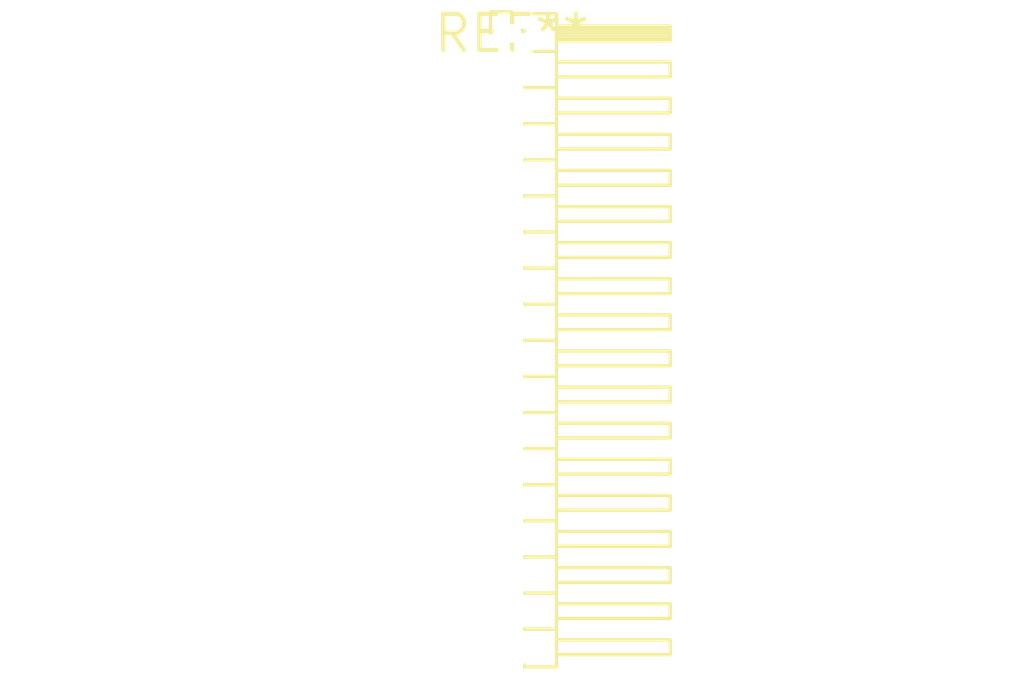
<source format=kicad_pcb>
(kicad_pcb (version 20240108) (generator pcbnew)
  (layers (0 "F.Cu" signal) (31 "B.Cu" signal) (34 "B.Paste" user) (35 "F.Paste" user) (36 "B.SilkS" user "B.Silkscreen") (37 "F.SilkS" user "F.Silkscreen") (38 "B.Mask" user) (39 "F.Mask" user) (44 "Edge.Cuts" user))
  (net 0 "")
  (footprint "PinHeader_1x18_P1.27mm_Horizontal" (layer "F.Cu") (at 0 0)
    (property "Reference" "REF**")
    (property "Value" "PinHeader_1x18_P1.27mm_Horizontal")
    (fp_line (start -0.76 -0.76) (end 0 -0.76) (layer "F.SilkS") (stroke (width 0.12)))
    (fp_line (start -0.76 0) (end -0.76 -0.76) (layer "F.SilkS") (stroke (width 0.12)))
    (fp_line (start 0.44 1.889677) (end 0.44 1.920323) (layer "F.SilkS") (stroke (width 0.12)))
    (fp_line (start 0.44 1.905) (end 1.56 1.905) (layer "F.SilkS") (stroke (width 0.12)))
    (fp_line (start 0.44 3.159677) (end 0.44 3.190323) (layer "F.SilkS") (stroke (width 0.12)))
    (fp_line (start 0.44 3.175) (end 1.56 3.175) (layer "F.SilkS") (stroke (width 0.12)))
    (fp_line (start 0.44 4.429677) (end 0.44 4.460323) (layer "F.SilkS") (stroke (width 0.12)))
    (fp_line (start 0.44 4.445) (end 1.56 4.445) (layer "F.SilkS") (stroke (width 0.12)))
    (fp_line (start 0.44 5.699677) (end 0.44 5.730323) (layer "F.SilkS") (stroke (width 0.12)))
    (fp_line (start 0.44 5.715) (end 1.56 5.715) (layer "F.SilkS") (stroke (width 0.12)))
    (fp_line (start 0.44 6.969677) (end 0.44 7.000323) (layer "F.SilkS") (stroke (width 0.12)))
    (fp_line (start 0.44 6.985) (end 1.56 6.985) (layer "F.SilkS") (stroke (width 0.12)))
    (fp_line (start 0.44 8.239677) (end 0.44 8.270323) (layer "F.SilkS") (stroke (width 0.12)))
    (fp_line (start 0.44 8.255) (end 1.56 8.255) (layer "F.SilkS") (stroke (width 0.12)))
    (fp_line (start 0.44 9.509677) (end 0.44 9.540323) (layer "F.SilkS") (stroke (width 0.12)))
    (fp_line (start 0.44 9.525) (end 1.56 9.525) (layer "F.SilkS") (stroke (width 0.12)))
    (fp_line (start 0.44 10.779677) (end 0.44 10.810323) (layer "F.SilkS") (stroke (width 0.12)))
    (fp_line (start 0.44 10.795) (end 1.56 10.795) (layer "F.SilkS") (stroke (width 0.12)))
    (fp_line (start 0.44 12.049677) (end 0.44 12.080323) (layer "F.SilkS") (stroke (width 0.12)))
    (fp_line (start 0.44 12.065) (end 1.56 12.065) (layer "F.SilkS") (stroke (width 0.12)))
    (fp_line (start 0.44 13.319677) (end 0.44 13.350323) (layer "F.SilkS") (stroke (width 0.12)))
    (fp_line (start 0.44 13.335) (end 1.56 13.335) (layer "F.SilkS") (stroke (width 0.12)))
    (fp_line (start 0.44 14.589677) (end 0.44 14.620323) (layer "F.SilkS") (stroke (width 0.12)))
    (fp_line (start 0.44 14.605) (end 1.56 14.605) (layer "F.SilkS") (stroke (width 0.12)))
    (fp_line (start 0.44 15.859677) (end 0.44 15.890323) (layer "F.SilkS") (stroke (width 0.12)))
    (fp_line (start 0.44 15.875) (end 1.56 15.875) (layer "F.SilkS") (stroke (width 0.12)))
    (fp_line (start 0.44 17.129677) (end 0.44 17.160323) (layer "F.SilkS") (stroke (width 0.12)))
    (fp_line (start 0.44 17.145) (end 1.56 17.145) (layer "F.SilkS") (stroke (width 0.12)))
    (fp_line (start 0.44 18.399677) (end 0.44 18.430323) (layer "F.SilkS") (stroke (width 0.12)))
    (fp_line (start 0.44 18.415) (end 1.56 18.415) (layer "F.SilkS") (stroke (width 0.12)))
    (fp_line (start 0.44 19.669677) (end 0.44 19.700323) (layer "F.SilkS") (stroke (width 0.12)))
    (fp_line (start 0.44 19.685) (end 1.56 19.685) (layer "F.SilkS") (stroke (width 0.12)))
    (fp_line (start 0.44 20.939677) (end 0.44 20.970323) (layer "F.SilkS") (stroke (width 0.12)))
    (fp_line (start 0.44 20.955) (end 1.56 20.955) (layer "F.SilkS") (stroke (width 0.12)))
    (fp_line (start 0.44 22.285) (end 0.44 22.209677) (layer "F.SilkS") (stroke (width 0.12)))
    (fp_line (start 0.76 -0.695) (end 1.56 -0.695) (layer "F.SilkS") (stroke (width 0.12)))
    (fp_line (start 0.76 0.635) (end 1.56 0.635) (layer "F.SilkS") (stroke (width 0.12)))
    (fp_line (start 1.56 -0.695) (end 1.56 22.285) (layer "F.SilkS") (stroke (width 0.12)))
    (fp_line (start 1.56 -0.26) (end 5.56 -0.26) (layer "F.SilkS") (stroke (width 0.12)))
    (fp_line (start 1.56 -0.2) (end 5.56 -0.2) (layer "F.SilkS") (stroke (width 0.12)))
    (fp_line (start 1.56 -0.08) (end 5.56 -0.08) (layer "F.SilkS") (stroke (width 0.12)))
    (fp_line (start 1.56 0.04) (end 5.56 0.04) (layer "F.SilkS") (stroke (width 0.12)))
    (fp_line (start 1.56 0.16) (end 5.56 0.16) (layer "F.SilkS") (stroke (width 0.12)))
    (fp_line (start 1.56 1.01) (end 5.56 1.01) (layer "F.SilkS") (stroke (width 0.12)))
    (fp_line (start 1.56 2.28) (end 5.56 2.28) (layer "F.SilkS") (stroke (width 0.12)))
    (fp_line (start 1.56 3.55) (end 5.56 3.55) (layer "F.SilkS") (stroke (width 0.12)))
    (fp_line (start 1.56 4.82) (end 5.56 4.82) (layer "F.SilkS") (stroke (width 0.12)))
    (fp_line (start 1.56 6.09) (end 5.56 6.09) (layer "F.SilkS") (stroke (width 0.12)))
    (fp_line (start 1.56 7.36) (end 5.56 7.36) (layer "F.SilkS") (stroke (width 0.12)))
    (fp_line (start 1.56 8.63) (end 5.56 8.63) (layer "F.SilkS") (stroke (width 0.12)))
    (fp_line (start 1.56 9.9) (end 5.56 9.9) (layer "F.SilkS") (stroke (width 0.12)))
    (fp_line (start 1.56 11.17) (end 5.56 11.17) (layer "F.SilkS") (stroke (width 0.12)))
    (fp_line (start 1.56 12.44) (end 5.56 12.44) (layer "F.SilkS") (stroke (width 0.12)))
    (fp_line (start 1.56 13.71) (end 5.56 13.71) (layer "F.SilkS") (stroke (width 0.12)))
    (fp_line (start 1.56 14.98) (end 5.56 14.98) (layer "F.SilkS") (stroke (width 0.12)))
    (fp_line (start 1.56 16.25) (end 5.56 16.25) (layer "F.SilkS") (stroke (width 0.12)))
    (fp_line (start 1.56 17.52) (end 5.56 17.52) (layer "F.SilkS") (stroke (width 0.12)))
    (fp_line (start 1.56 18.79) (end 5.56 18.79) (layer "F.SilkS") (stroke (width 0.12)))
    (fp_line (start 1.56 20.06) (end 5.56 20.06) (layer "F.SilkS") (stroke (width 0.12)))
    (fp_line (start 1.56 21.33) (end 5.56 21.33) (layer "F.SilkS") (stroke (width 0.12)))
    (fp_line (start 1.56 22.285) (end 0.44 22.285) (layer "F.SilkS") (stroke (width 0.12)))
    (fp_line (start 5.56 -0.26) (end 5.56 0.26) (layer "F.SilkS") (stroke (width 0.12)))
    (fp_line (start 5.56 0.26) (end 1.56 0.26) (layer "F.SilkS") (stroke (width 0.12)))
    (fp_line (start 5.56 1.01) (end 5.56 1.53) (layer "F.SilkS") (stroke (width 0.12)))
    (fp_line (start 5.56 1.53) (end 1.56 1.53) (layer "F.SilkS") (stroke (width 0.12)))
    (fp_line (start 5.56 2.28) (end 5.56 2.8) (layer "F.SilkS") (stroke (width 0.12)))
    (fp_line (start 5.56 2.8) (end 1.56 2.8) (layer "F.SilkS") (stroke (width 0.12)))
    (fp_line (start 5.56 3.55) (end 5.56 4.07) (layer "F.SilkS") (stroke (width 0.12)))
    (fp_line (start 5.56 4.07) (end 1.56 4.07) (layer "F.SilkS") (stroke (width 0.12)))
    (fp_line (start 5.56 4.82) (end 5.56 5.34) (layer "F.SilkS") (stroke (width 0.12)))
    (fp_line (start 5.56 5.34) (end 1.56 5.34) (layer "F.SilkS") (stroke (width 0.12)))
    (fp_line (start 5.56 6.09) (end 5.56 6.61) (layer "F.SilkS") (stroke (width 0.12)))
    (fp_line (start 5.56 6.61) (end 1.56 6.61) (layer "F.SilkS") (stroke (width 0.12)))
    (fp_line (start 5.56 7.36) (end 5.56 7.88) (layer "F.SilkS") (stroke (width 0.12)))
    (fp_line (start 5.56 7.88) (end 1.56 7.88) (layer "F.SilkS") (stroke (width 0.12)))
    (fp_line (start 5.56 8.63) (end 5.56 9.15) (layer "F.SilkS") (stroke (width 0.12)))
    (fp_line (start 5.56 9.15) (end 1.56 9.15) (layer "F.SilkS") (stroke (width 0.12)))
    (fp_line (start 5.56 9.9) (end 5.56 10.42) (layer "F.SilkS") (stroke (width 0.12)))
    (fp_line (start 5.56 10.42) (end 1.56 10.42) (layer "F.SilkS") (stroke (width 0.12)))
    (fp_line (start 5.56 11.17) (end 5.56 11.69) (layer "F.SilkS") (stroke (width 0.12)))
    (fp_line (start 5.56 11.69) (end 1.56 11.69) (layer "F.SilkS") (stroke (width 0.12)))
    (fp_line (start 5.56 12.44) (end 5.56 12.96) (layer "F.SilkS") (stroke (width 0.12)))
    (fp_line (start 5.56 12.96) (end 1.56 12.96) (layer "F.SilkS") (stroke (width 0.12)))
    (fp_line (start 5.56 13.71) (end 5.56 14.23) (layer "F.SilkS") (stroke (width 0.12)))
    (fp_line (start 5.56 14.23) (end 1.56 14.23) (layer "F.SilkS") (stroke (width 0.12)))
    (fp_line (start 5.56 14.98) (end 5.56 15.5) (layer "F.SilkS") (stroke (width 0.12)))
    (fp_line (start 5.56 15.5) (end 1.56 15.5) (layer "F.SilkS") (stroke (width 0.12)))
    (fp_line (start 5.56 16.25) (end 5.56 16.77) (layer "F.SilkS") (stroke (width 0.12)))
    (fp_line (start 5.56 16.77) (end 1.56 16.77) (layer "F.SilkS") (stroke (width 0.12)))
    (fp_line (start 5.56 17.52) (end 5.56 18.04) (layer "F.SilkS") (stroke (width 0.12)))
    (fp_line (start 5.56 18.04) (end 1.56 18.04) (layer "F.SilkS") (stroke (width 0.12)))
    (fp_line (start 5.56 18.79) (end 5.56 19.31) (layer "F.SilkS") (stroke (width 0.12)))
    (fp_line (start 5.56 19.31) (end 1.56 19.31) (layer "F.SilkS") (stroke (width 0.12)))
    (fp_line (start 5.56 20.06) (end 5.56 20.58) (layer "F.SilkS") (stroke (width 0.12)))
    (fp_line (start 5.56 20.58) (end 1.56 20.58) (layer "F.SilkS") (stroke (width 0.12)))
    (fp_line (start 5.56 21.33) (end 5.56 21.85) (layer "F.SilkS") (stroke (width 0.12)))
    (fp_line (start 5.56 21.85) (end 1.56 21.85) (layer "F.SilkS") (stroke (width 0.12)))
    (pad "1" thru_hole rect (at 0 0) (size 1 1) (drill 0.65) (layers *.Cu *.Mask) (remove_unused_layers))
    (pad "2" thru_hole oval (at 0 1.27) (size 1 1) (drill 0.65) (layers *.Cu *.Mask) (remove_unused_layers))
    (pad "3" thru_hole oval (at 0 2.54) (size 1 1) (drill 0.65) (layers *.Cu *.Mask) (remove_unused_layers))
    (pad "4" thru_hole oval (at 0 3.81) (size 1 1) (drill 0.65) (layers *.Cu *.Mask) (remove_unused_layers))
    (pad "5" thru_hole oval (at 0 5.08) (size 1 1) (drill 0.65) (layers *.Cu *.Mask) (remove_unused_layers))
    (pad "6" thru_hole oval (at 0 6.35) (size 1 1) (drill 0.65) (layers *.Cu *.Mask) (remove_unused_layers))
    (pad "7" thru_hole oval (at 0 7.62) (size 1 1) (drill 0.65) (layers *.Cu *.Mask) (remove_unused_layers))
    (pad "8" thru_hole oval (at 0 8.89) (size 1 1) (drill 0.65) (layers *.Cu *.Mask) (remove_unused_layers))
    (pad "9" thru_hole oval (at 0 10.16) (size 1 1) (drill 0.65) (layers *.Cu *.Mask) (remove_unused_layers))
    (pad "10" thru_hole oval (at 0 11.43) (size 1 1) (drill 0.65) (layers *.Cu *.Mask) (remove_unused_layers))
    (pad "11" thru_hole oval (at 0 12.7) (size 1 1) (drill 0.65) (layers *.Cu *.Mask) (remove_unused_layers))
    (pad "12" thru_hole oval (at 0 13.97) (size 1 1) (drill 0.65) (layers *.Cu *.Mask) (remove_unused_layers))
    (pad "13" thru_hole oval (at 0 15.24) (size 1 1) (drill 0.65) (layers *.Cu *.Mask) (remove_unused_layers))
    (pad "14" thru_hole oval (at 0 16.51) (size 1 1) (drill 0.65) (layers *.Cu *.Mask) (remove_unused_layers))
    (pad "15" thru_hole oval (at 0 17.78) (size 1 1) (drill 0.65) (layers *.Cu *.Mask) (remove_unused_layers))
    (pad "16" thru_hole oval (at 0 19.05) (size 1 1) (drill 0.65) (layers *.Cu *.Mask) (remove_unused_layers))
    (pad "17" thru_hole oval (at 0 20.32) (size 1 1) (drill 0.65) (layers *.Cu *.Mask) (remove_unused_layers))
    (pad "18" thru_hole oval (at 0 21.59) (size 1 1) (drill 0.65) (layers *.Cu *.Mask) (remove_unused_layers))
  )
)
</source>
